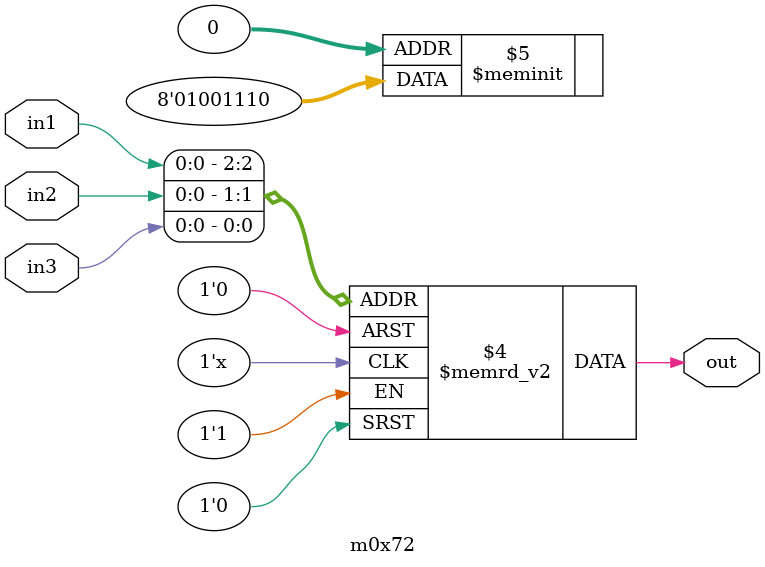
<source format=v>
module m0x72(output out, input in1, in2, in3);

   always @(in1, in2, in3)
     begin
        case({in1, in2, in3})
          3'b000: {out} = 1'b0;
          3'b001: {out} = 1'b1;
          3'b010: {out} = 1'b1;
          3'b011: {out} = 1'b1;
          3'b100: {out} = 1'b0;
          3'b101: {out} = 1'b0;
          3'b110: {out} = 1'b1;
          3'b111: {out} = 1'b0;
        endcase // case ({in1, in2, in3})
     end // always @ (in1, in2, in3)

endmodule // m0x72
</source>
